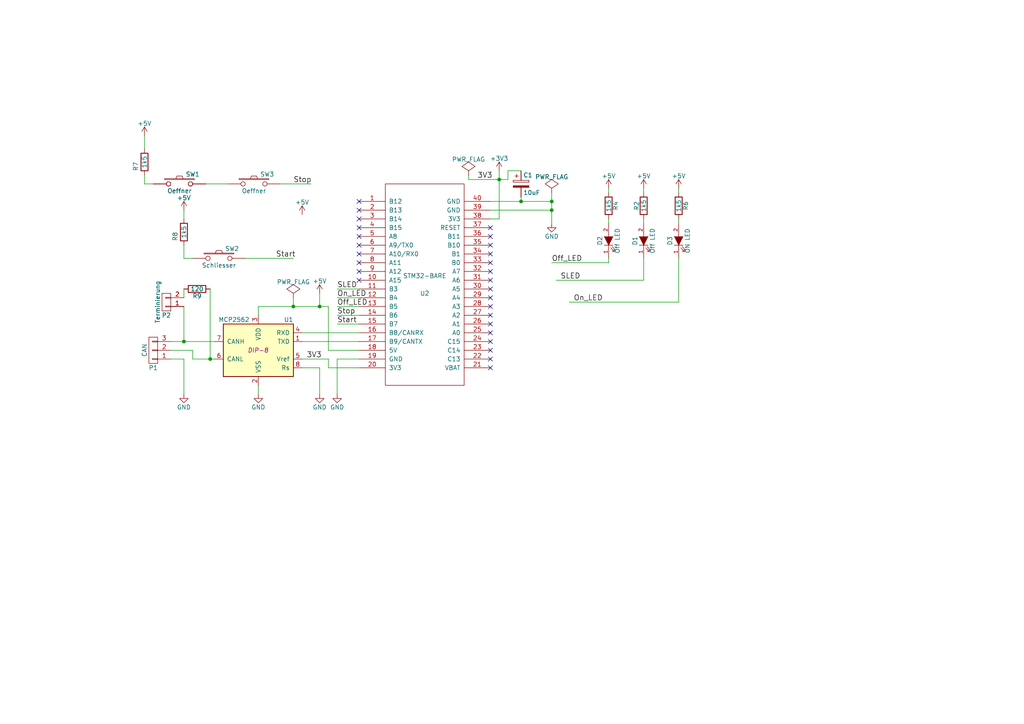
<source format=kicad_sch>
(kicad_sch (version 20211123) (generator eeschema)
  (paper "A4")
  (lib_symbols
    (symbol "Emergengy-Stop-rescue:+3V3" (power) (pin_names (offset 0))
      (property "Value" "+3V3" (at 0 3.556 0))
      (symbol "+3V3_0_1"
        (polyline (pts (xy -0.762 1.27) (xy 0 2.54)))
        (polyline (pts (xy 0 0) (xy 0 2.54)))
        (polyline (pts (xy 0 2.54) (xy 0.762 1.27)))
      )
      (symbol "+3V3_1_1"
        (pin power_in line (at 0 0 90) (length 0) hide (name "+3V3") (number "1"))
      )
    )
    (symbol "Emergengy-Stop-rescue:+5V" (power) (pin_names (offset 0))
      (property "Value" "+5V" (at 0 3.556 0))
      (symbol "+5V_0_1"
        (polyline (pts (xy -0.762 1.27) (xy 0 2.54)))
        (polyline (pts (xy 0 0) (xy 0 2.54)))
        (polyline (pts (xy 0 2.54) (xy 0.762 1.27)))
      )
      (symbol "+5V_1_1"
        (pin power_in line (at 0 0 90) (length 0) hide (name "+5V") (number "1"))
      )
    )
    (symbol "Emergengy-Stop-rescue:CONN_01X02" (pin_names (offset 1.016) hide)
      (property "Reference" "P" (at 0 3.81 0))
      (property "Value" "CONN_01X02" (at 2.54 0 90))
      (symbol "CONN_01X02_0_1"
        (rectangle (start -1.27 -1.143) (end 0.254 -1.397))
        (rectangle (start -1.27 1.397) (end 0.254 1.143))
        (rectangle (start -1.27 2.54) (end 1.27 -2.54))
      )
      (symbol "CONN_01X02_1_1"
        (pin passive line (at -5.08 1.27 0) (length 3.81) (name "P1") (number "1"))
        (pin passive line (at -5.08 -1.27 0) (length 3.81) (name "P2") (number "2"))
      )
    )
    (symbol "Emergengy-Stop-rescue:CONN_01X03" (pin_names (offset 1.016) hide)
      (property "Reference" "P" (at 0 5.08 0))
      (property "Value" "CONN_01X03" (at 2.54 0 90))
      (symbol "CONN_01X03_0_1"
        (rectangle (start -1.27 -2.413) (end 0.254 -2.667))
        (rectangle (start -1.27 0.127) (end 0.254 -0.127))
        (rectangle (start -1.27 2.667) (end 0.254 2.413))
        (rectangle (start -1.27 3.81) (end 1.27 -3.81))
      )
      (symbol "CONN_01X03_1_1"
        (pin passive line (at -5.08 2.54 0) (length 3.81) (name "P1") (number "1"))
        (pin passive line (at -5.08 0 0) (length 3.81) (name "P2") (number "2"))
        (pin passive line (at -5.08 -2.54 0) (length 3.81) (name "P3") (number "3"))
      )
    )
    (symbol "Emergengy-Stop-rescue:CP" (pin_numbers hide) (pin_names (offset 0.254))
      (property "Reference" "C" (at 0.635 2.54 0))
      (property "Value" "CP" (at 0.635 -2.54 0))
      (symbol "CP_0_1"
        (rectangle (start -2.286 0.508) (end -2.286 1.016))
        (rectangle (start -2.286 0.508) (end 2.286 0.508))
        (polyline (pts (xy -1.778 2.286) (xy -0.762 2.286)))
        (polyline (pts (xy -1.27 2.794) (xy -1.27 1.778)))
        (rectangle (start 2.286 -0.508) (end -2.286 -1.016) (fill (type outline)))
        (rectangle (start 2.286 1.016) (end -2.286 1.016))
        (rectangle (start 2.286 1.016) (end 2.286 0.508))
      )
      (symbol "CP_1_1"
        (pin passive line (at 0 3.81 270) (length 2.794) (name "~") (number "1"))
        (pin passive line (at 0 -3.81 90) (length 2.794) (name "~") (number "2"))
      )
    )
    (symbol "Emergengy-Stop-rescue:GND" (power) (pin_names (offset 0))
      (property "Value" "GND" (at 0 -3.81 0))
      (symbol "GND_0_1"
        (polyline (pts (xy 0 0) (xy 0 -1.27) (xy 1.27 -1.27) (xy 0 -2.54) (xy -1.27 -1.27) (xy 0 -1.27)))
      )
      (symbol "GND_1_1"
        (pin power_in line (at 0 0 270) (length 0) hide (name "GND") (number "1"))
      )
    )
    (symbol "Emergengy-Stop-rescue:LED" (pin_names (offset 1.016) hide)
      (property "Reference" "D" (at 0 2.54 0))
      (property "Value" "LED" (at 0 -2.54 0))
      (symbol "LED_0_1"
        (polyline (pts (xy -1.27 1.27) (xy -1.27 -1.27)))
        (polyline (pts (xy -2.032 -0.635) (xy -3.175 -1.651) (xy -3.048 -1.016)))
        (polyline (pts (xy -1.651 -1.016) (xy -2.794 -2.032) (xy -2.667 -1.397)))
        (polyline (pts (xy 1.27 1.27) (xy -1.27 0) (xy 1.27 -1.27)) (fill (type outline)))
      )
      (symbol "LED_1_1"
        (pin passive line (at -5.08 0 0) (length 3.81) (name "K") (number "1"))
        (pin passive line (at 5.08 0 180) (length 3.81) (name "A") (number "2"))
      )
    )
    (symbol "Emergengy-Stop-rescue:MCP2551-I{slash}P" (pin_names (offset 1.016))
      (property "Reference" "U" (at -10.16 8.89 0))
      (property "Value" "MCP2551-I{slash}P" (at 2.54 8.89 0))
      (property "Footprint" "DIP-8" (at 0 0 0))
      (symbol "MCP2551-I{slash}P_0_1"
        (rectangle (start -10.16 7.62) (end 10.16 -7.62) (stroke (width 0.254)) (fill (type background)))
      )
      (symbol "MCP2551-I{slash}P_1_1"
        (pin input line (at -12.7 2.54 0) (length 2.54) (name "TXD") (number "1"))
        (pin power_in line (at 0 -10.16 90) (length 2.54) (name "VSS") (number "2"))
        (pin power_in line (at 0 10.16 270) (length 2.54) (name "VDD") (number "3"))
        (pin output line (at -12.7 5.08 0) (length 2.54) (name "RXD") (number "4"))
        (pin input line (at -12.7 -2.54 0) (length 2.54) (name "Vref") (number "5"))
        (pin bidirectional line (at 12.7 -2.54 180) (length 2.54) (name "CANL") (number "6"))
        (pin bidirectional line (at 12.7 2.54 180) (length 2.54) (name "CANH") (number "7"))
        (pin input line (at -12.7 -5.08 0) (length 2.54) (name "Rs") (number "8"))
      )
    )
    (symbol "Emergengy-Stop-rescue:PWR_FLAG" (power) (pin_numbers hide) (pin_names (offset 0) hide)
      (property "Value" "PWR_FLAG" (at 0 4.572 0))
      (symbol "PWR_FLAG_0_0"
        (pin power_out line (at 0 0 90) (length 0) (name "pwr") (number "1"))
      )
      (symbol "PWR_FLAG_0_1"
        (polyline (pts (xy 0 0) (xy 0 1.27) (xy -1.905 2.54) (xy 0 3.81) (xy 1.905 2.54) (xy 0 1.27)))
      )
    )
    (symbol "Emergengy-Stop-rescue:R" (pin_numbers hide) (pin_names (offset 0))
      (property "Reference" "R" (at 2.032 0 90))
      (property "Value" "R" (at 0 0 90))
      (symbol "R_0_1"
        (rectangle (start -1.016 -2.54) (end 1.016 2.54) (stroke (width 0.254)))
      )
      (symbol "R_1_1"
        (pin passive line (at 0 3.81 270) (length 1.27) (name "~") (number "1"))
        (pin passive line (at 0 -3.81 90) (length 1.27) (name "~") (number "2"))
      )
    )
    (symbol "Emergengy-Stop-rescue:SW_PUSH" (pin_numbers hide) (pin_names (offset 1.016) hide)
      (property "Reference" "SW" (at 3.81 2.794 0))
      (property "Value" "SW_PUSH" (at 0 -2.032 0))
      (symbol "SW_PUSH_0_1"
        (rectangle (start -4.318 1.27) (end 4.318 1.524))
        (polyline (pts (xy -1.016 1.524) (xy -0.762 2.286) (xy 0.762 2.286) (xy 1.016 1.524)))
        (pin passive inverted (at -7.62 0 0) (length 5.08) (name "1") (number "1"))
        (pin passive inverted (at 7.62 0 180) (length 5.08) (name "2") (number "2"))
      )
    )
    (symbol "STM32-BARE:STM32-BARE" (pin_names (offset 1.016))
      (property "Reference" "U" (at 0 -2.54 0))
      (property "Value" "STM32-BARE" (at 0 2.54 0))
      (symbol "STM32-BARE_1_0"
        (rectangle (start -11.43 -29.21) (end 11.43 29.21))
      )
      (symbol "STM32-BARE_1_1"
        (pin input line (at -19.05 24.13 0) (length 7.62) (name "B12") (number "1"))
        (pin input line (at -19.05 1.27 0) (length 7.62) (name "A15") (number "10"))
        (pin input line (at -19.05 -1.27 0) (length 7.62) (name "B3") (number "11"))
        (pin input line (at -19.05 -3.81 0) (length 7.62) (name "B4") (number "12"))
        (pin input line (at -19.05 -6.35 0) (length 7.62) (name "B5") (number "13"))
        (pin input line (at -19.05 -8.89 0) (length 7.62) (name "B6") (number "14"))
        (pin input line (at -19.05 -11.43 0) (length 7.62) (name "B7") (number "15"))
        (pin input line (at -19.05 -13.97 0) (length 7.62) (name "B8/CANRX") (number "16"))
        (pin output line (at -19.05 -16.51 0) (length 7.62) (name "B9/CANTX") (number "17"))
        (pin power_in line (at -19.05 -19.05 0) (length 7.62) (name "5V") (number "18"))
        (pin power_in line (at -19.05 -21.59 0) (length 7.62) (name "GND") (number "19"))
        (pin input line (at -19.05 21.59 0) (length 7.62) (name "B13") (number "2"))
        (pin power_in line (at -19.05 -24.13 0) (length 7.62) (name "3V3") (number "20"))
        (pin input line (at 19.05 -24.13 180) (length 7.62) (name "VBAT") (number "21"))
        (pin input line (at 19.05 -21.59 180) (length 7.62) (name "C13") (number "22"))
        (pin input line (at 19.05 -19.05 180) (length 7.62) (name "C14") (number "23"))
        (pin input line (at 19.05 -16.51 180) (length 7.62) (name "C15") (number "24"))
        (pin input line (at 19.05 -13.97 180) (length 7.62) (name "A0") (number "25"))
        (pin input line (at 19.05 -11.43 180) (length 7.62) (name "A1") (number "26"))
        (pin input line (at 19.05 -8.89 180) (length 7.62) (name "A2") (number "27"))
        (pin input line (at 19.05 -6.35 180) (length 7.62) (name "A3") (number "28"))
        (pin input line (at 19.05 -3.81 180) (length 7.62) (name "A4") (number "29"))
        (pin input line (at -19.05 19.05 0) (length 7.62) (name "B14") (number "3"))
        (pin input line (at 19.05 -1.27 180) (length 7.62) (name "A5") (number "30"))
        (pin input line (at 19.05 1.27 180) (length 7.62) (name "A6") (number "31"))
        (pin input line (at 19.05 3.81 180) (length 7.62) (name "A7") (number "32"))
        (pin input line (at 19.05 6.35 180) (length 7.62) (name "B0") (number "33"))
        (pin input line (at 19.05 8.89 180) (length 7.62) (name "B1") (number "34"))
        (pin input line (at 19.05 11.43 180) (length 7.62) (name "B10") (number "35"))
        (pin input line (at 19.05 13.97 180) (length 7.62) (name "B11") (number "36"))
        (pin input line (at 19.05 16.51 180) (length 7.62) (name "RESET") (number "37"))
        (pin power_in line (at 19.05 19.05 180) (length 7.62) (name "3V3") (number "38"))
        (pin power_in line (at 19.05 21.59 180) (length 7.62) (name "GND") (number "39"))
        (pin input line (at -19.05 16.51 0) (length 7.62) (name "B15") (number "4"))
        (pin power_in line (at 19.05 24.13 180) (length 7.62) (name "GND") (number "40"))
        (pin input line (at -19.05 13.97 0) (length 7.62) (name "A8") (number "5"))
        (pin input line (at -19.05 11.43 0) (length 7.62) (name "A9/TX0") (number "6"))
        (pin input line (at -19.05 8.89 0) (length 7.62) (name "A10/RX0") (number "7"))
        (pin input line (at -19.05 6.35 0) (length 7.62) (name "A11") (number "8"))
        (pin input line (at -19.05 3.81 0) (length 7.62) (name "A12") (number "9"))
      )
    )
  )
  (junction (at 160.02 60.96))
  (junction (at 60.96 104.14))
  (junction (at 144.78 52.07))
  (junction (at 151.13 58.42))
  (junction (at 85.09 88.9))
  (junction (at 160.02 58.42))
  (junction (at 92.71 88.9))
  (junction (at 53.34 99.06))
  (no_connect (at 142.24 88.9))
  (no_connect (at 142.24 106.68))
  (no_connect (at 142.24 76.2))
  (no_connect (at 142.24 78.74))
  (no_connect (at 104.14 76.2))
  (no_connect (at 142.24 66.04))
  (no_connect (at 142.24 83.82))
  (no_connect (at 104.14 58.42))
  (no_connect (at 142.24 101.6))
  (no_connect (at 104.14 71.12))
  (no_connect (at 142.24 81.28))
  (no_connect (at 104.14 66.04))
  (no_connect (at 104.14 73.66))
  (no_connect (at 142.24 93.98))
  (no_connect (at 142.24 86.36))
  (no_connect (at 142.24 73.66))
  (no_connect (at 104.14 68.58))
  (no_connect (at 104.14 78.74))
  (no_connect (at 104.14 60.96))
  (no_connect (at 104.14 81.28))
  (no_connect (at 142.24 104.14))
  (no_connect (at 142.24 99.06))
  (no_connect (at 142.24 96.52))
  (no_connect (at 142.24 71.12))
  (no_connect (at 104.14 63.5))
  (no_connect (at 142.24 68.58))
  (no_connect (at 142.24 91.44))
  (wire (pts (xy 144.78 52.07) (xy 147.32 52.07)))
  (wire (pts (xy 85.09 86.36) (xy 85.09 88.9)))
  (wire (pts (xy 176.53 54.61) (xy 176.53 55.88)))
  (wire (pts (xy 196.85 87.63) (xy 165.1 87.63)))
  (wire (pts (xy 53.34 104.14) (xy 53.34 114.3)))
  (wire (pts (xy 176.53 76.2) (xy 176.53 74.93)))
  (wire (pts (xy 95.25 106.68) (xy 95.25 104.14)))
  (wire (pts (xy 71.12 74.93) (xy 85.09 74.93)))
  (wire (pts (xy 97.79 93.98) (xy 104.14 93.98)))
  (wire (pts (xy 55.88 101.6) (xy 55.88 104.14)))
  (wire (pts (xy 49.53 104.14) (xy 53.34 104.14)))
  (wire (pts (xy 104.14 96.52) (xy 87.63 96.52)))
  (wire (pts (xy 186.69 63.5) (xy 186.69 64.77)))
  (wire (pts (xy 87.63 99.06) (xy 104.14 99.06)))
  (wire (pts (xy 142.24 60.96) (xy 160.02 60.96)))
  (wire (pts (xy 144.78 52.07) (xy 144.78 63.5)))
  (wire (pts (xy 41.91 39.37) (xy 41.91 43.18)))
  (wire (pts (xy 151.13 58.42) (xy 160.02 58.42)))
  (wire (pts (xy 160.02 76.2) (xy 176.53 76.2)))
  (wire (pts (xy 95.25 101.6) (xy 95.25 88.9)))
  (wire (pts (xy 53.34 88.9) (xy 53.34 99.06)))
  (wire (pts (xy 74.93 111.76) (xy 74.93 114.3)))
  (wire (pts (xy 97.79 83.82) (xy 104.14 83.82)))
  (wire (pts (xy 53.34 99.06) (xy 62.23 99.06)))
  (wire (pts (xy 97.79 88.9) (xy 104.14 88.9)))
  (wire (pts (xy 104.14 101.6) (xy 95.25 101.6)))
  (wire (pts (xy 60.96 104.14) (xy 62.23 104.14)))
  (wire (pts (xy 160.02 55.88) (xy 160.02 58.42)))
  (wire (pts (xy 97.79 86.36) (xy 104.14 86.36)))
  (wire (pts (xy 59.69 53.34) (xy 66.04 53.34)))
  (wire (pts (xy 147.32 49.53) (xy 151.13 49.53)))
  (wire (pts (xy 161.29 81.28) (xy 186.69 81.28)))
  (wire (pts (xy 53.34 86.36) (xy 53.34 83.82)))
  (wire (pts (xy 196.85 74.93) (xy 196.85 87.63)))
  (wire (pts (xy 53.34 60.96) (xy 53.34 63.5)))
  (wire (pts (xy 151.13 57.15) (xy 151.13 58.42)))
  (wire (pts (xy 144.78 49.53) (xy 144.78 52.07)))
  (wire (pts (xy 55.88 104.14) (xy 60.96 104.14)))
  (wire (pts (xy 186.69 81.28) (xy 186.69 74.93)))
  (wire (pts (xy 176.53 63.5) (xy 176.53 64.77)))
  (wire (pts (xy 147.32 52.07) (xy 147.32 49.53)))
  (wire (pts (xy 41.91 53.34) (xy 44.45 53.34)))
  (wire (pts (xy 81.28 53.34) (xy 90.17 53.34)))
  (wire (pts (xy 92.71 106.68) (xy 92.71 114.3)))
  (wire (pts (xy 104.14 104.14) (xy 97.79 104.14)))
  (wire (pts (xy 135.89 50.8) (xy 135.89 52.07)))
  (wire (pts (xy 135.89 52.07) (xy 144.78 52.07)))
  (wire (pts (xy 186.69 54.61) (xy 186.69 55.88)))
  (wire (pts (xy 95.25 88.9) (xy 92.71 88.9)))
  (wire (pts (xy 160.02 58.42) (xy 160.02 60.96)))
  (wire (pts (xy 144.78 63.5) (xy 142.24 63.5)))
  (wire (pts (xy 104.14 106.68) (xy 95.25 106.68)))
  (wire (pts (xy 60.96 83.82) (xy 60.96 104.14)))
  (wire (pts (xy 85.09 88.9) (xy 74.93 88.9)))
  (wire (pts (xy 97.79 104.14) (xy 97.79 114.3)))
  (wire (pts (xy 142.24 58.42) (xy 151.13 58.42)))
  (wire (pts (xy 53.34 71.12) (xy 53.34 74.93)))
  (wire (pts (xy 92.71 88.9) (xy 85.09 88.9)))
  (wire (pts (xy 87.63 106.68) (xy 92.71 106.68)))
  (wire (pts (xy 97.79 91.44) (xy 104.14 91.44)))
  (wire (pts (xy 196.85 54.61) (xy 196.85 55.88)))
  (wire (pts (xy 160.02 60.96) (xy 160.02 64.77)))
  (wire (pts (xy 74.93 88.9) (xy 74.93 91.44)))
  (wire (pts (xy 196.85 63.5) (xy 196.85 64.77)))
  (wire (pts (xy 49.53 99.06) (xy 53.34 99.06)))
  (wire (pts (xy 49.53 101.6) (xy 55.88 101.6)))
  (wire (pts (xy 41.91 50.8) (xy 41.91 53.34)))
  (wire (pts (xy 92.71 85.09) (xy 92.71 88.9)))
  (wire (pts (xy 53.34 74.93) (xy 55.88 74.93)))
  (wire (pts (xy 95.25 104.14) (xy 87.63 104.14)))
  (label "Stop" (at 85.09 53.34 0) (effects (font (size 1.524 1.524))))
  (label "Start" (at 80.01 74.93 0) (effects (font (size 1.524 1.524))))
  (label "SLED" (at 162.56 81.28 0) (effects (font (size 1.524 1.524))))
  (label "Stop" (at 97.79 91.44 0) (effects (font (size 1.524 1.524))))
  (label "On_LED" (at 97.79 86.36 0) (effects (font (size 1.524 1.524))))
  (label "Off_LED" (at 97.79 88.9 0) (effects (font (size 1.524 1.524))))
  (label "SLED" (at 97.79 83.82 0) (effects (font (size 1.524 1.524))))
  (label "3V3" (at 138.43 52.07 0) (effects (font (size 1.524 1.524))))
  (label "Off_LED" (at 160.02 76.2 0) (effects (font (size 1.524 1.524))))
  (label "Start" (at 97.79 93.98 0) (effects (font (size 1.524 1.524))))
  (label "On_LED" (at 166.37 87.63 0) (effects (font (size 1.524 1.524))))
  (label "3V3" (at 88.9 104.14 0) (effects (font (size 1.524 1.524))))
  (symbol (lib_id "STM32-BARE:STM32-BARE") (at 123.19 82.55 0) (unit 1)
    (property "Reference" "U2" (at 123.19 85.09 0))
    (property "Value" "STM32-BARE" (at 123.19 80.01 0))
    (property "Footprint" "MODULE" (effects hide))
    (property "Datasheet" "DOCUMENTATION" (effects hide))
  )
  (symbol (lib_id "Emergengy-Stop-rescue:SW_PUSH") (at 63.5 74.93 0) (unit 1)
    (property "Reference" "SW2" (at 67.31 72.136 0))
    (property "Value" "Schliesser" (at 63.5 76.962 0))
  )
  (symbol (lib_id "Emergengy-Stop-rescue:R") (at 186.69 59.69 180) (unit 1)
    (property "Reference" "R2" (at 184.658 59.69 90))
    (property "Value" "1k5" (at 186.69 59.69 90))
    (property "Footprint" "w_pth_resistors:RC03" (effects hide))
  )
  (symbol (lib_id "Emergengy-Stop-rescue:R") (at 176.53 59.69 0) (unit 1)
    (property "Reference" "R4" (at 178.562 59.69 90))
    (property "Value" "1k5" (at 176.53 59.69 90))
    (property "Footprint" "w_pth_resistors:RC03" (effects hide))
  )
  (symbol (lib_id "Emergengy-Stop-rescue:R") (at 196.85 59.69 0) (unit 1)
    (property "Reference" "R6" (at 198.882 59.69 90))
    (property "Value" "1k5" (at 196.85 59.69 90))
    (property "Footprint" "w_pth_resistors:rc03_vert" (effects hide))
  )
  (symbol (lib_id "Emergengy-Stop-rescue:LED") (at 176.53 69.85 90) (unit 1)
    (property "Reference" "D2" (at 173.99 69.85 0))
    (property "Value" "Off LED" (at 179.07 69.85 0))
    (property "Footprint" "LEDs:LED-5MM" (effects hide))
  )
  (symbol (lib_id "Emergengy-Stop-rescue:LED") (at 196.85 69.85 90) (unit 1)
    (property "Reference" "D3" (at 194.31 69.85 0))
    (property "Value" "ON LED" (at 199.39 69.85 0))
    (property "Footprint" "LEDs:LED-5MM" (effects hide))
  )
  (symbol (lib_id "Emergengy-Stop-rescue:+5V") (at 186.69 54.61 0) (unit 1)
    (property "Reference" "#PWR01" (effects hide))
    (property "Value" "+5V" (at 186.69 51.054 0))
  )
  (symbol (lib_id "Emergengy-Stop-rescue:+5V") (at 196.85 54.61 0) (unit 1)
    (property "Reference" "#PWR02" (effects hide))
    (property "Value" "+5V" (at 196.85 51.054 0))
  )
  (symbol (lib_id "Emergengy-Stop-rescue:+5V") (at 176.53 54.61 0) (unit 1)
    (property "Reference" "#PWR03" (effects hide))
    (property "Value" "+5V" (at 176.53 51.054 0))
  )
  (symbol (lib_id "Emergengy-Stop-rescue:GND") (at 160.02 64.77 0) (unit 1)
    (property "Reference" "#PWR04" (effects hide))
    (property "Value" "GND" (at 160.02 68.58 0))
  )
  (symbol (lib_id "Emergengy-Stop-rescue:PWR_FLAG") (at 160.02 55.88 0) (unit 1)
    (property "Reference" "#FLG05" (effects hide))
    (property "Value" "PWR_FLAG" (at 160.02 51.308 0))
  )
  (symbol (lib_id "Emergengy-Stop-rescue:GND") (at 97.79 114.3 0) (unit 1)
    (property "Reference" "#PWR06" (effects hide))
    (property "Value" "GND" (at 97.79 118.11 0))
  )
  (symbol (lib_id "Emergengy-Stop-rescue:MCP2551-I{slash}P") (at 74.93 101.6 0) (mirror y) (unit 1)
    (property "Reference" "U1" (at 85.09 92.71 0) (effects (justify left)))
    (property "Value" "MCP2562" (at 72.39 92.71 0) (effects (justify left)))
    (property "Footprint" "DIP-8" (at 74.93 101.6 0) (effects (font italic)))
  )
  (symbol (lib_id "Emergengy-Stop-rescue:GND") (at 74.93 114.3 0) (unit 1)
    (property "Reference" "#PWR07" (effects hide))
    (property "Value" "GND" (at 74.93 118.11 0))
  )
  (symbol (lib_id "Emergengy-Stop-rescue:GND") (at 92.71 114.3 0) (unit 1)
    (property "Reference" "#PWR08" (effects hide))
    (property "Value" "GND" (at 92.71 118.11 0))
  )
  (symbol (lib_id "Emergengy-Stop-rescue:CONN_01X03") (at 44.45 101.6 180) (unit 1)
    (property "Reference" "P1" (at 44.45 106.68 0))
    (property "Value" "CAN" (at 41.91 101.6 90))
  )
  (symbol (lib_id "Emergengy-Stop-rescue:GND") (at 53.34 114.3 0) (unit 1)
    (property "Reference" "#PWR09" (effects hide))
    (property "Value" "GND" (at 53.34 118.11 0))
  )
  (symbol (lib_id "Emergengy-Stop-rescue:R") (at 57.15 83.82 270) (unit 1)
    (property "Reference" "R9" (at 57.15 85.852 90))
    (property "Value" "120" (at 57.15 83.82 90))
    (property "Footprint" "w_pth_resistors:rc03_vert" (effects hide))
  )
  (symbol (lib_id "Emergengy-Stop-rescue:CONN_01X02") (at 48.26 87.63 180) (unit 1)
    (property "Reference" "P2" (at 48.26 91.44 0))
    (property "Value" "Terminierung" (at 45.72 87.63 90))
  )
  (symbol (lib_id "Emergengy-Stop-rescue:SW_PUSH") (at 52.07 53.34 0) (unit 1)
    (property "Reference" "SW1" (at 55.88 50.546 0))
    (property "Value" "Oeffner" (at 52.07 55.372 0))
  )
  (symbol (lib_id "Emergengy-Stop-rescue:SW_PUSH") (at 73.66 53.34 0) (unit 1)
    (property "Reference" "SW3" (at 77.47 50.546 0))
    (property "Value" "Oeffner" (at 73.66 55.372 0))
  )
  (symbol (lib_id "Emergengy-Stop-rescue:R") (at 41.91 46.99 180) (unit 1)
    (property "Reference" "R7" (at 39.37 48.26 90))
    (property "Value" "1k5" (at 41.91 46.99 90))
    (property "Footprint" "w_pth_resistors:rc03_vert" (effects hide))
  )
  (symbol (lib_id "Emergengy-Stop-rescue:+3V3") (at 144.78 49.53 0) (unit 1)
    (property "Reference" "#PWR010" (effects hide))
    (property "Value" "+3V3" (at 144.78 45.974 0))
  )
  (symbol (lib_id "Emergengy-Stop-rescue:PWR_FLAG") (at 135.89 50.8 0) (unit 1)
    (property "Reference" "#FLG011" (effects hide))
    (property "Value" "PWR_FLAG" (at 135.89 46.228 0))
  )
  (symbol (lib_id "Emergengy-Stop-rescue:R") (at 53.34 67.31 180) (unit 1)
    (property "Reference" "R8" (at 50.8 68.58 90))
    (property "Value" "1k5" (at 53.34 67.31 90))
    (property "Footprint" "w_pth_resistors:rc03_vert" (effects hide))
  )
  (symbol (lib_id "Emergengy-Stop-rescue:PWR_FLAG") (at 85.09 86.36 0) (unit 1)
    (property "Reference" "#FLG012" (effects hide))
    (property "Value" "PWR_FLAG" (at 85.09 81.788 0))
  )
  (symbol (lib_id "Emergengy-Stop-rescue:+5V") (at 92.71 85.09 0) (unit 1)
    (property "Reference" "#PWR013" (effects hide))
    (property "Value" "+5V" (at 92.71 81.534 0))
  )
  (symbol (lib_id "Emergengy-Stop-rescue:LED") (at 186.69 69.85 90) (unit 1)
    (property "Reference" "D1" (at 184.15 69.85 0))
    (property "Value" "Off LED" (at 189.23 69.85 0))
    (property "Footprint" "LEDs:LED-5MM" (effects hide))
  )
  (symbol (lib_id "Emergengy-Stop-rescue:CP") (at 151.13 53.34 0) (unit 1)
    (property "Reference" "C1" (at 151.765 50.8 0) (effects (justify left)))
    (property "Value" "10uF" (at 151.765 55.88 0) (effects (justify left)))
  )
  (symbol (lib_id "Emergengy-Stop-rescue:+5V") (at 87.63 62.23 0) (unit 1)
    (property "Reference" "#PWR014" (effects hide))
    (property "Value" "+5V" (at 87.63 58.674 0))
  )
  (symbol (lib_id "Emergengy-Stop-rescue:+5V") (at 41.91 39.37 0) (unit 1)
    (property "Reference" "#PWR015" (effects hide))
    (property "Value" "+5V" (at 41.91 35.814 0))
  )
  (symbol (lib_id "Emergengy-Stop-rescue:+5V") (at 53.34 60.96 0) (unit 1)
    (property "Reference" "#PWR016" (effects hide))
    (property "Value" "+5V" (at 53.34 57.404 0))
  )
)
</source>
